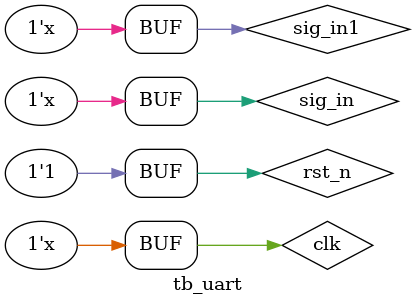
<source format=v>
/*-----------------------------------------------------------------------

Date				:		2017-XX-XX
Description			:		Design for LCD1602 Display.

-----------------------------------------------------------------------*/
`timescale 1ns/1ns
module	tb_uart();

reg					clk;
reg					rst_n;
reg					sig_in;
reg					sig_in1;
wire	[31:0]		phase;
wire	[31:0]		pinlv;

pro_uart	tb_inst
(
	//global clock
	.clk(clk),			//system clock
	.rst_n(rst_n),     		//sync reset
	
	//pinlv interface
	.sig_in(sig_in),			//a
	.sig_in1(sig_in1),		//b

	//user interface
	.phase(phase),
	.pinlv(pinlv)
	
); 


//--------------------------------
//Funtion :               

initial 
begin
	clk = 0;
	rst_n = 0;
	sig_in = 1;
	sig_in1 = 0;
	#100;
	rst_n = 1;
end

always #10 clk =~ clk;
always #1040 
begin
	sig_in =~ sig_in;
	sig_in1 =~ sig_in1;
end
endmodule
	

</source>
